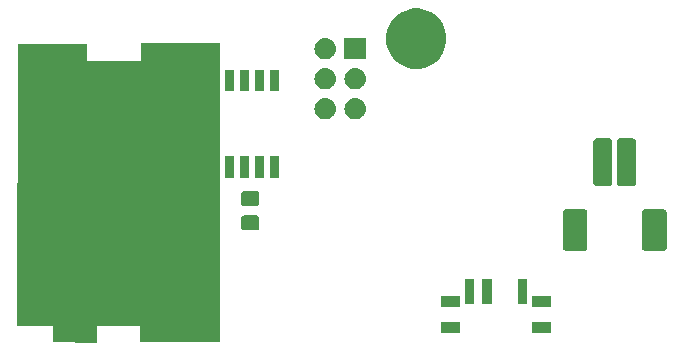
<source format=gbr>
G04 #@! TF.GenerationSoftware,KiCad,Pcbnew,(5.1.2)-1*
G04 #@! TF.CreationDate,2019-10-01T23:28:24-05:00*
G04 #@! TF.ProjectId,nyan,6e79616e-2e6b-4696-9361-645f70636258,rev?*
G04 #@! TF.SameCoordinates,Original*
G04 #@! TF.FileFunction,Soldermask,Bot*
G04 #@! TF.FilePolarity,Negative*
%FSLAX46Y46*%
G04 Gerber Fmt 4.6, Leading zero omitted, Abs format (unit mm)*
G04 Created by KiCad (PCBNEW (5.1.2)-1) date 2019-10-01 23:28:24*
%MOMM*%
%LPD*%
G04 APERTURE LIST*
%ADD10C,0.100000*%
G04 APERTURE END LIST*
D10*
G36*
X134747000Y-83820000D02*
G01*
X128079500Y-83820000D01*
X128079500Y-82423000D01*
X124333000Y-82423000D01*
X124333000Y-83883500D01*
X120713500Y-83820000D01*
X120713500Y-82423000D01*
X117665500Y-82423000D01*
X117729000Y-58610500D01*
X123507500Y-58610500D01*
X123507500Y-60071000D01*
X128143000Y-60071000D01*
X128143000Y-58547000D01*
X134747000Y-58547000D01*
X134747000Y-83820000D01*
G37*
X134747000Y-83820000D02*
X128079500Y-83820000D01*
X128079500Y-82423000D01*
X124333000Y-82423000D01*
X124333000Y-83883500D01*
X120713500Y-83820000D01*
X120713500Y-82423000D01*
X117665500Y-82423000D01*
X117729000Y-58610500D01*
X123507500Y-58610500D01*
X123507500Y-60071000D01*
X128143000Y-60071000D01*
X128143000Y-58547000D01*
X134747000Y-58547000D01*
X134747000Y-83820000D01*
G36*
X162867600Y-83110200D02*
G01*
X161265600Y-83110200D01*
X161265600Y-82208200D01*
X162867600Y-82208200D01*
X162867600Y-83110200D01*
X162867600Y-83110200D01*
G37*
G36*
X155167600Y-83110200D02*
G01*
X153565600Y-83110200D01*
X153565600Y-82208200D01*
X155167600Y-82208200D01*
X155167600Y-83110200D01*
X155167600Y-83110200D01*
G37*
G36*
X130105300Y-81899300D02*
G01*
X128003300Y-81899300D01*
X128003300Y-80817300D01*
X130105300Y-80817300D01*
X130105300Y-81899300D01*
X130105300Y-81899300D01*
G37*
G36*
X133845300Y-81899300D02*
G01*
X131743300Y-81899300D01*
X131743300Y-80817300D01*
X133845300Y-80817300D01*
X133845300Y-81899300D01*
X133845300Y-81899300D01*
G37*
G36*
X121193000Y-81404000D02*
G01*
X119091000Y-81404000D01*
X119091000Y-80322000D01*
X121193000Y-80322000D01*
X121193000Y-81404000D01*
X121193000Y-81404000D01*
G37*
G36*
X124933000Y-81404000D02*
G01*
X122831000Y-81404000D01*
X122831000Y-80322000D01*
X124933000Y-80322000D01*
X124933000Y-81404000D01*
X124933000Y-81404000D01*
G37*
G36*
X162867600Y-80900200D02*
G01*
X161265600Y-80900200D01*
X161265600Y-79998200D01*
X162867600Y-79998200D01*
X162867600Y-80900200D01*
X162867600Y-80900200D01*
G37*
G36*
X155167600Y-80900200D02*
G01*
X153565600Y-80900200D01*
X153565600Y-79998200D01*
X155167600Y-79998200D01*
X155167600Y-80900200D01*
X155167600Y-80900200D01*
G37*
G36*
X156367600Y-80650200D02*
G01*
X155565600Y-80650200D01*
X155565600Y-78548200D01*
X156367600Y-78548200D01*
X156367600Y-80650200D01*
X156367600Y-80650200D01*
G37*
G36*
X157867600Y-80650200D02*
G01*
X157065600Y-80650200D01*
X157065600Y-78548200D01*
X157867600Y-78548200D01*
X157867600Y-80650200D01*
X157867600Y-80650200D01*
G37*
G36*
X160867600Y-80650200D02*
G01*
X160065600Y-80650200D01*
X160065600Y-78548200D01*
X160867600Y-78548200D01*
X160867600Y-80650200D01*
X160867600Y-80650200D01*
G37*
G36*
X130105300Y-79939300D02*
G01*
X128003300Y-79939300D01*
X128003300Y-78857300D01*
X130105300Y-78857300D01*
X130105300Y-79939300D01*
X130105300Y-79939300D01*
G37*
G36*
X133845300Y-79939300D02*
G01*
X131743300Y-79939300D01*
X131743300Y-78857300D01*
X133845300Y-78857300D01*
X133845300Y-79939300D01*
X133845300Y-79939300D01*
G37*
G36*
X121193000Y-79444000D02*
G01*
X119091000Y-79444000D01*
X119091000Y-78362000D01*
X121193000Y-78362000D01*
X121193000Y-79444000D01*
X121193000Y-79444000D01*
G37*
G36*
X124933000Y-79444000D02*
G01*
X122831000Y-79444000D01*
X122831000Y-78362000D01*
X124933000Y-78362000D01*
X124933000Y-79444000D01*
X124933000Y-79444000D01*
G37*
G36*
X129758674Y-75707465D02*
G01*
X129796367Y-75718899D01*
X129831103Y-75737466D01*
X129861548Y-75762452D01*
X129886534Y-75792897D01*
X129905101Y-75827633D01*
X129916535Y-75865326D01*
X129921000Y-75910661D01*
X129921000Y-76997339D01*
X129916535Y-77042674D01*
X129905101Y-77080367D01*
X129886534Y-77115103D01*
X129861548Y-77145548D01*
X129831103Y-77170534D01*
X129796367Y-77189101D01*
X129758674Y-77200535D01*
X129713339Y-77205000D01*
X128876661Y-77205000D01*
X128831326Y-77200535D01*
X128793633Y-77189101D01*
X128758897Y-77170534D01*
X128728452Y-77145548D01*
X128703466Y-77115103D01*
X128684899Y-77080367D01*
X128673465Y-77042674D01*
X128669000Y-76997339D01*
X128669000Y-75910661D01*
X128673465Y-75865326D01*
X128684899Y-75827633D01*
X128703466Y-75792897D01*
X128728452Y-75762452D01*
X128758897Y-75737466D01*
X128793633Y-75718899D01*
X128831326Y-75707465D01*
X128876661Y-75703000D01*
X129713339Y-75703000D01*
X129758674Y-75707465D01*
X129758674Y-75707465D01*
G37*
G36*
X127708674Y-75707465D02*
G01*
X127746367Y-75718899D01*
X127781103Y-75737466D01*
X127811548Y-75762452D01*
X127836534Y-75792897D01*
X127855101Y-75827633D01*
X127866535Y-75865326D01*
X127871000Y-75910661D01*
X127871000Y-76997339D01*
X127866535Y-77042674D01*
X127855101Y-77080367D01*
X127836534Y-77115103D01*
X127811548Y-77145548D01*
X127781103Y-77170534D01*
X127746367Y-77189101D01*
X127708674Y-77200535D01*
X127663339Y-77205000D01*
X126826661Y-77205000D01*
X126781326Y-77200535D01*
X126743633Y-77189101D01*
X126708897Y-77170534D01*
X126678452Y-77145548D01*
X126653466Y-77115103D01*
X126634899Y-77080367D01*
X126623465Y-77042674D01*
X126619000Y-76997339D01*
X126619000Y-75910661D01*
X126623465Y-75865326D01*
X126634899Y-75827633D01*
X126653466Y-75792897D01*
X126678452Y-75762452D01*
X126708897Y-75737466D01*
X126743633Y-75718899D01*
X126781326Y-75707465D01*
X126826661Y-75703000D01*
X127663339Y-75703000D01*
X127708674Y-75707465D01*
X127708674Y-75707465D01*
G37*
G36*
X121193000Y-76324000D02*
G01*
X119091000Y-76324000D01*
X119091000Y-75242000D01*
X121193000Y-75242000D01*
X121193000Y-76324000D01*
X121193000Y-76324000D01*
G37*
G36*
X124933000Y-76324000D02*
G01*
X122831000Y-76324000D01*
X122831000Y-75242000D01*
X124933000Y-75242000D01*
X124933000Y-76324000D01*
X124933000Y-76324000D01*
G37*
G36*
X172460341Y-72655738D02*
G01*
X172510461Y-72670942D01*
X172556652Y-72695632D01*
X172597141Y-72728859D01*
X172630368Y-72769348D01*
X172655058Y-72815539D01*
X172670262Y-72865659D01*
X172676000Y-72923924D01*
X172676000Y-75878076D01*
X172670262Y-75936341D01*
X172655058Y-75986461D01*
X172630368Y-76032652D01*
X172597141Y-76073141D01*
X172556652Y-76106368D01*
X172510461Y-76131058D01*
X172460341Y-76146262D01*
X172402076Y-76152000D01*
X170847924Y-76152000D01*
X170789659Y-76146262D01*
X170739539Y-76131058D01*
X170693348Y-76106368D01*
X170652859Y-76073141D01*
X170619632Y-76032652D01*
X170594942Y-75986461D01*
X170579738Y-75936341D01*
X170574000Y-75878076D01*
X170574000Y-72923924D01*
X170579738Y-72865659D01*
X170594942Y-72815539D01*
X170619632Y-72769348D01*
X170652859Y-72728859D01*
X170693348Y-72695632D01*
X170739539Y-72670942D01*
X170789659Y-72655738D01*
X170847924Y-72650000D01*
X172402076Y-72650000D01*
X172460341Y-72655738D01*
X172460341Y-72655738D01*
G37*
G36*
X165760341Y-72655738D02*
G01*
X165810461Y-72670942D01*
X165856652Y-72695632D01*
X165897141Y-72728859D01*
X165930368Y-72769348D01*
X165955058Y-72815539D01*
X165970262Y-72865659D01*
X165976000Y-72923924D01*
X165976000Y-75878076D01*
X165970262Y-75936341D01*
X165955058Y-75986461D01*
X165930368Y-76032652D01*
X165897141Y-76073141D01*
X165856652Y-76106368D01*
X165810461Y-76131058D01*
X165760341Y-76146262D01*
X165702076Y-76152000D01*
X164147924Y-76152000D01*
X164089659Y-76146262D01*
X164039539Y-76131058D01*
X163993348Y-76106368D01*
X163952859Y-76073141D01*
X163919632Y-76032652D01*
X163894942Y-75986461D01*
X163879738Y-75936341D01*
X163874000Y-75878076D01*
X163874000Y-72923924D01*
X163879738Y-72865659D01*
X163894942Y-72815539D01*
X163919632Y-72769348D01*
X163952859Y-72728859D01*
X163993348Y-72695632D01*
X164039539Y-72670942D01*
X164089659Y-72655738D01*
X164147924Y-72650000D01*
X165702076Y-72650000D01*
X165760341Y-72655738D01*
X165760341Y-72655738D01*
G37*
G36*
X138002674Y-73174465D02*
G01*
X138040367Y-73185899D01*
X138075103Y-73204466D01*
X138105548Y-73229452D01*
X138130534Y-73259897D01*
X138149101Y-73294633D01*
X138160535Y-73332326D01*
X138165000Y-73377661D01*
X138165000Y-74214339D01*
X138160535Y-74259674D01*
X138149101Y-74297367D01*
X138130534Y-74332103D01*
X138105548Y-74362548D01*
X138075103Y-74387534D01*
X138040367Y-74406101D01*
X138002674Y-74417535D01*
X137957339Y-74422000D01*
X136870661Y-74422000D01*
X136825326Y-74417535D01*
X136787633Y-74406101D01*
X136752897Y-74387534D01*
X136722452Y-74362548D01*
X136697466Y-74332103D01*
X136678899Y-74297367D01*
X136667465Y-74259674D01*
X136663000Y-74214339D01*
X136663000Y-73377661D01*
X136667465Y-73332326D01*
X136678899Y-73294633D01*
X136697466Y-73259897D01*
X136722452Y-73229452D01*
X136752897Y-73204466D01*
X136787633Y-73185899D01*
X136825326Y-73174465D01*
X136870661Y-73170000D01*
X137957339Y-73170000D01*
X138002674Y-73174465D01*
X138002674Y-73174465D01*
G37*
G36*
X124933000Y-74364000D02*
G01*
X122831000Y-74364000D01*
X122831000Y-73282000D01*
X124933000Y-73282000D01*
X124933000Y-74364000D01*
X124933000Y-74364000D01*
G37*
G36*
X121193000Y-74364000D02*
G01*
X119091000Y-74364000D01*
X119091000Y-73282000D01*
X121193000Y-73282000D01*
X121193000Y-74364000D01*
X121193000Y-74364000D01*
G37*
G36*
X138002674Y-71124465D02*
G01*
X138040367Y-71135899D01*
X138075103Y-71154466D01*
X138105548Y-71179452D01*
X138130534Y-71209897D01*
X138149101Y-71244633D01*
X138160535Y-71282326D01*
X138165000Y-71327661D01*
X138165000Y-72164339D01*
X138160535Y-72209674D01*
X138149101Y-72247367D01*
X138130534Y-72282103D01*
X138105548Y-72312548D01*
X138075103Y-72337534D01*
X138040367Y-72356101D01*
X138002674Y-72367535D01*
X137957339Y-72372000D01*
X136870661Y-72372000D01*
X136825326Y-72367535D01*
X136787633Y-72356101D01*
X136752897Y-72337534D01*
X136722452Y-72312548D01*
X136697466Y-72282103D01*
X136678899Y-72247367D01*
X136667465Y-72209674D01*
X136663000Y-72164339D01*
X136663000Y-71327661D01*
X136667465Y-71282326D01*
X136678899Y-71244633D01*
X136697466Y-71209897D01*
X136722452Y-71179452D01*
X136752897Y-71154466D01*
X136787633Y-71135899D01*
X136825326Y-71124465D01*
X136870661Y-71120000D01*
X137957339Y-71120000D01*
X138002674Y-71124465D01*
X138002674Y-71124465D01*
G37*
G36*
X124933000Y-71117000D02*
G01*
X122831000Y-71117000D01*
X122831000Y-70035000D01*
X124933000Y-70035000D01*
X124933000Y-71117000D01*
X124933000Y-71117000D01*
G37*
G36*
X121193000Y-71117000D02*
G01*
X119091000Y-71117000D01*
X119091000Y-70035000D01*
X121193000Y-70035000D01*
X121193000Y-71117000D01*
X121193000Y-71117000D01*
G37*
G36*
X129321000Y-71117000D02*
G01*
X127219000Y-71117000D01*
X127219000Y-70035000D01*
X129321000Y-70035000D01*
X129321000Y-71117000D01*
X129321000Y-71117000D01*
G37*
G36*
X133061000Y-71117000D02*
G01*
X130959000Y-71117000D01*
X130959000Y-70035000D01*
X133061000Y-70035000D01*
X133061000Y-71117000D01*
X133061000Y-71117000D01*
G37*
G36*
X169803823Y-66607087D02*
G01*
X169867111Y-66626286D01*
X169925449Y-66657468D01*
X169976575Y-66699425D01*
X170018532Y-66750551D01*
X170049714Y-66808889D01*
X170068913Y-66872177D01*
X170076000Y-66944138D01*
X170076000Y-70357862D01*
X170068913Y-70429823D01*
X170049714Y-70493111D01*
X170018532Y-70551449D01*
X169976575Y-70602575D01*
X169925449Y-70644532D01*
X169867111Y-70675714D01*
X169803823Y-70694913D01*
X169731862Y-70702000D01*
X168818138Y-70702000D01*
X168746177Y-70694913D01*
X168682889Y-70675714D01*
X168624551Y-70644532D01*
X168573425Y-70602575D01*
X168531468Y-70551449D01*
X168500286Y-70493111D01*
X168481087Y-70429823D01*
X168474000Y-70357862D01*
X168474000Y-66944138D01*
X168481087Y-66872177D01*
X168500286Y-66808889D01*
X168531468Y-66750551D01*
X168573425Y-66699425D01*
X168624551Y-66657468D01*
X168682889Y-66626286D01*
X168746177Y-66607087D01*
X168818138Y-66600000D01*
X169731862Y-66600000D01*
X169803823Y-66607087D01*
X169803823Y-66607087D01*
G37*
G36*
X167803823Y-66607087D02*
G01*
X167867111Y-66626286D01*
X167925449Y-66657468D01*
X167976575Y-66699425D01*
X168018532Y-66750551D01*
X168049714Y-66808889D01*
X168068913Y-66872177D01*
X168076000Y-66944138D01*
X168076000Y-70357862D01*
X168068913Y-70429823D01*
X168049714Y-70493111D01*
X168018532Y-70551449D01*
X167976575Y-70602575D01*
X167925449Y-70644532D01*
X167867111Y-70675714D01*
X167803823Y-70694913D01*
X167731862Y-70702000D01*
X166818138Y-70702000D01*
X166746177Y-70694913D01*
X166682889Y-70675714D01*
X166624551Y-70644532D01*
X166573425Y-70602575D01*
X166531468Y-70551449D01*
X166500286Y-70493111D01*
X166481087Y-70429823D01*
X166474000Y-70357862D01*
X166474000Y-66944138D01*
X166481087Y-66872177D01*
X166500286Y-66808889D01*
X166531468Y-66750551D01*
X166573425Y-66699425D01*
X166624551Y-66657468D01*
X166682889Y-66626286D01*
X166746177Y-66607087D01*
X166818138Y-66600000D01*
X167731862Y-66600000D01*
X167803823Y-66607087D01*
X167803823Y-66607087D01*
G37*
G36*
X138615500Y-69956000D02*
G01*
X137863500Y-69956000D01*
X137863500Y-68154000D01*
X138615500Y-68154000D01*
X138615500Y-69956000D01*
X138615500Y-69956000D01*
G37*
G36*
X136075500Y-69956000D02*
G01*
X135323500Y-69956000D01*
X135323500Y-68154000D01*
X136075500Y-68154000D01*
X136075500Y-69956000D01*
X136075500Y-69956000D01*
G37*
G36*
X139885500Y-69956000D02*
G01*
X139133500Y-69956000D01*
X139133500Y-68154000D01*
X139885500Y-68154000D01*
X139885500Y-69956000D01*
X139885500Y-69956000D01*
G37*
G36*
X137345500Y-69956000D02*
G01*
X136593500Y-69956000D01*
X136593500Y-68154000D01*
X137345500Y-68154000D01*
X137345500Y-69956000D01*
X137345500Y-69956000D01*
G37*
G36*
X121193000Y-69157000D02*
G01*
X119091000Y-69157000D01*
X119091000Y-68075000D01*
X121193000Y-68075000D01*
X121193000Y-69157000D01*
X121193000Y-69157000D01*
G37*
G36*
X133061000Y-69157000D02*
G01*
X130959000Y-69157000D01*
X130959000Y-68075000D01*
X133061000Y-68075000D01*
X133061000Y-69157000D01*
X133061000Y-69157000D01*
G37*
G36*
X129321000Y-69157000D02*
G01*
X127219000Y-69157000D01*
X127219000Y-68075000D01*
X129321000Y-68075000D01*
X129321000Y-69157000D01*
X129321000Y-69157000D01*
G37*
G36*
X124933000Y-69157000D02*
G01*
X122831000Y-69157000D01*
X122831000Y-68075000D01*
X124933000Y-68075000D01*
X124933000Y-69157000D01*
X124933000Y-69157000D01*
G37*
G36*
X131074174Y-65344265D02*
G01*
X131111867Y-65355699D01*
X131146603Y-65374266D01*
X131177048Y-65399252D01*
X131202034Y-65429697D01*
X131220601Y-65464433D01*
X131232035Y-65502126D01*
X131236500Y-65547461D01*
X131236500Y-66634139D01*
X131232035Y-66679474D01*
X131220601Y-66717167D01*
X131202034Y-66751903D01*
X131177048Y-66782348D01*
X131146603Y-66807334D01*
X131111867Y-66825901D01*
X131074174Y-66837335D01*
X131028839Y-66841800D01*
X130192161Y-66841800D01*
X130146826Y-66837335D01*
X130109133Y-66825901D01*
X130074397Y-66807334D01*
X130043952Y-66782348D01*
X130018966Y-66751903D01*
X130000399Y-66717167D01*
X129988965Y-66679474D01*
X129984500Y-66634139D01*
X129984500Y-65547461D01*
X129988965Y-65502126D01*
X130000399Y-65464433D01*
X130018966Y-65429697D01*
X130043952Y-65399252D01*
X130074397Y-65374266D01*
X130109133Y-65355699D01*
X130146826Y-65344265D01*
X130192161Y-65339800D01*
X131028839Y-65339800D01*
X131074174Y-65344265D01*
X131074174Y-65344265D01*
G37*
G36*
X133124174Y-65344265D02*
G01*
X133161867Y-65355699D01*
X133196603Y-65374266D01*
X133227048Y-65399252D01*
X133252034Y-65429697D01*
X133270601Y-65464433D01*
X133282035Y-65502126D01*
X133286500Y-65547461D01*
X133286500Y-66634139D01*
X133282035Y-66679474D01*
X133270601Y-66717167D01*
X133252034Y-66751903D01*
X133227048Y-66782348D01*
X133196603Y-66807334D01*
X133161867Y-66825901D01*
X133124174Y-66837335D01*
X133078839Y-66841800D01*
X132242161Y-66841800D01*
X132196826Y-66837335D01*
X132159133Y-66825901D01*
X132124397Y-66807334D01*
X132093952Y-66782348D01*
X132068966Y-66751903D01*
X132050399Y-66717167D01*
X132038965Y-66679474D01*
X132034500Y-66634139D01*
X132034500Y-65547461D01*
X132038965Y-65502126D01*
X132050399Y-65464433D01*
X132068966Y-65429697D01*
X132093952Y-65399252D01*
X132124397Y-65374266D01*
X132159133Y-65355699D01*
X132196826Y-65344265D01*
X132242161Y-65339800D01*
X133078839Y-65339800D01*
X133124174Y-65344265D01*
X133124174Y-65344265D01*
G37*
G36*
X125152274Y-65344265D02*
G01*
X125189967Y-65355699D01*
X125224703Y-65374266D01*
X125255148Y-65399252D01*
X125280134Y-65429697D01*
X125298701Y-65464433D01*
X125310135Y-65502126D01*
X125314600Y-65547461D01*
X125314600Y-66634139D01*
X125310135Y-66679474D01*
X125298701Y-66717167D01*
X125280134Y-66751903D01*
X125255148Y-66782348D01*
X125224703Y-66807334D01*
X125189967Y-66825901D01*
X125152274Y-66837335D01*
X125106939Y-66841800D01*
X124270261Y-66841800D01*
X124224926Y-66837335D01*
X124187233Y-66825901D01*
X124152497Y-66807334D01*
X124122052Y-66782348D01*
X124097066Y-66751903D01*
X124078499Y-66717167D01*
X124067065Y-66679474D01*
X124062600Y-66634139D01*
X124062600Y-65547461D01*
X124067065Y-65502126D01*
X124078499Y-65464433D01*
X124097066Y-65429697D01*
X124122052Y-65399252D01*
X124152497Y-65374266D01*
X124187233Y-65355699D01*
X124224926Y-65344265D01*
X124270261Y-65339800D01*
X125106939Y-65339800D01*
X125152274Y-65344265D01*
X125152274Y-65344265D01*
G37*
G36*
X127202274Y-65344265D02*
G01*
X127239967Y-65355699D01*
X127274703Y-65374266D01*
X127305148Y-65399252D01*
X127330134Y-65429697D01*
X127348701Y-65464433D01*
X127360135Y-65502126D01*
X127364600Y-65547461D01*
X127364600Y-66634139D01*
X127360135Y-66679474D01*
X127348701Y-66717167D01*
X127330134Y-66751903D01*
X127305148Y-66782348D01*
X127274703Y-66807334D01*
X127239967Y-66825901D01*
X127202274Y-66837335D01*
X127156939Y-66841800D01*
X126320261Y-66841800D01*
X126274926Y-66837335D01*
X126237233Y-66825901D01*
X126202497Y-66807334D01*
X126172052Y-66782348D01*
X126147066Y-66751903D01*
X126128499Y-66717167D01*
X126117065Y-66679474D01*
X126112600Y-66634139D01*
X126112600Y-65547461D01*
X126117065Y-65502126D01*
X126128499Y-65464433D01*
X126147066Y-65429697D01*
X126172052Y-65399252D01*
X126202497Y-65374266D01*
X126237233Y-65355699D01*
X126274926Y-65344265D01*
X126320261Y-65339800D01*
X127156939Y-65339800D01*
X127202274Y-65344265D01*
X127202274Y-65344265D01*
G37*
G36*
X146414443Y-63240519D02*
G01*
X146480627Y-63247037D01*
X146650466Y-63298557D01*
X146806991Y-63382222D01*
X146842729Y-63411552D01*
X146944186Y-63494814D01*
X147027448Y-63596271D01*
X147056778Y-63632009D01*
X147140443Y-63788534D01*
X147191963Y-63958373D01*
X147209359Y-64135000D01*
X147191963Y-64311627D01*
X147140443Y-64481466D01*
X147056778Y-64637991D01*
X147027448Y-64673729D01*
X146944186Y-64775186D01*
X146842729Y-64858448D01*
X146806991Y-64887778D01*
X146650466Y-64971443D01*
X146480627Y-65022963D01*
X146414442Y-65029482D01*
X146348260Y-65036000D01*
X146259740Y-65036000D01*
X146193558Y-65029482D01*
X146127373Y-65022963D01*
X145957534Y-64971443D01*
X145801009Y-64887778D01*
X145765271Y-64858448D01*
X145663814Y-64775186D01*
X145580552Y-64673729D01*
X145551222Y-64637991D01*
X145467557Y-64481466D01*
X145416037Y-64311627D01*
X145398641Y-64135000D01*
X145416037Y-63958373D01*
X145467557Y-63788534D01*
X145551222Y-63632009D01*
X145580552Y-63596271D01*
X145663814Y-63494814D01*
X145765271Y-63411552D01*
X145801009Y-63382222D01*
X145957534Y-63298557D01*
X146127373Y-63247037D01*
X146193557Y-63240519D01*
X146259740Y-63234000D01*
X146348260Y-63234000D01*
X146414443Y-63240519D01*
X146414443Y-63240519D01*
G37*
G36*
X143874443Y-63240519D02*
G01*
X143940627Y-63247037D01*
X144110466Y-63298557D01*
X144266991Y-63382222D01*
X144302729Y-63411552D01*
X144404186Y-63494814D01*
X144487448Y-63596271D01*
X144516778Y-63632009D01*
X144600443Y-63788534D01*
X144651963Y-63958373D01*
X144669359Y-64135000D01*
X144651963Y-64311627D01*
X144600443Y-64481466D01*
X144516778Y-64637991D01*
X144487448Y-64673729D01*
X144404186Y-64775186D01*
X144302729Y-64858448D01*
X144266991Y-64887778D01*
X144110466Y-64971443D01*
X143940627Y-65022963D01*
X143874442Y-65029482D01*
X143808260Y-65036000D01*
X143719740Y-65036000D01*
X143653558Y-65029482D01*
X143587373Y-65022963D01*
X143417534Y-64971443D01*
X143261009Y-64887778D01*
X143225271Y-64858448D01*
X143123814Y-64775186D01*
X143040552Y-64673729D01*
X143011222Y-64637991D01*
X142927557Y-64481466D01*
X142876037Y-64311627D01*
X142858641Y-64135000D01*
X142876037Y-63958373D01*
X142927557Y-63788534D01*
X143011222Y-63632009D01*
X143040552Y-63596271D01*
X143123814Y-63494814D01*
X143225271Y-63411552D01*
X143261009Y-63382222D01*
X143417534Y-63298557D01*
X143587373Y-63247037D01*
X143653557Y-63240519D01*
X143719740Y-63234000D01*
X143808260Y-63234000D01*
X143874443Y-63240519D01*
X143874443Y-63240519D01*
G37*
G36*
X121193000Y-64549000D02*
G01*
X119091000Y-64549000D01*
X119091000Y-63467000D01*
X121193000Y-63467000D01*
X121193000Y-64549000D01*
X121193000Y-64549000D01*
G37*
G36*
X124933000Y-64549000D02*
G01*
X122831000Y-64549000D01*
X122831000Y-63467000D01*
X124933000Y-63467000D01*
X124933000Y-64549000D01*
X124933000Y-64549000D01*
G37*
G36*
X133061000Y-64549000D02*
G01*
X130959000Y-64549000D01*
X130959000Y-63467000D01*
X133061000Y-63467000D01*
X133061000Y-64549000D01*
X133061000Y-64549000D01*
G37*
G36*
X129321000Y-64549000D02*
G01*
X127219000Y-64549000D01*
X127219000Y-63467000D01*
X129321000Y-63467000D01*
X129321000Y-64549000D01*
X129321000Y-64549000D01*
G37*
G36*
X136075500Y-62656000D02*
G01*
X135323500Y-62656000D01*
X135323500Y-60854000D01*
X136075500Y-60854000D01*
X136075500Y-62656000D01*
X136075500Y-62656000D01*
G37*
G36*
X139885500Y-62656000D02*
G01*
X139133500Y-62656000D01*
X139133500Y-60854000D01*
X139885500Y-60854000D01*
X139885500Y-62656000D01*
X139885500Y-62656000D01*
G37*
G36*
X138615500Y-62656000D02*
G01*
X137863500Y-62656000D01*
X137863500Y-60854000D01*
X138615500Y-60854000D01*
X138615500Y-62656000D01*
X138615500Y-62656000D01*
G37*
G36*
X137345500Y-62656000D02*
G01*
X136593500Y-62656000D01*
X136593500Y-60854000D01*
X137345500Y-60854000D01*
X137345500Y-62656000D01*
X137345500Y-62656000D01*
G37*
G36*
X124933000Y-62589000D02*
G01*
X122831000Y-62589000D01*
X122831000Y-61507000D01*
X124933000Y-61507000D01*
X124933000Y-62589000D01*
X124933000Y-62589000D01*
G37*
G36*
X121193000Y-62589000D02*
G01*
X119091000Y-62589000D01*
X119091000Y-61507000D01*
X121193000Y-61507000D01*
X121193000Y-62589000D01*
X121193000Y-62589000D01*
G37*
G36*
X129321000Y-62589000D02*
G01*
X127219000Y-62589000D01*
X127219000Y-61507000D01*
X129321000Y-61507000D01*
X129321000Y-62589000D01*
X129321000Y-62589000D01*
G37*
G36*
X133061000Y-62589000D02*
G01*
X130959000Y-62589000D01*
X130959000Y-61507000D01*
X133061000Y-61507000D01*
X133061000Y-62589000D01*
X133061000Y-62589000D01*
G37*
G36*
X143874443Y-60700519D02*
G01*
X143940627Y-60707037D01*
X144110466Y-60758557D01*
X144266991Y-60842222D01*
X144281342Y-60854000D01*
X144404186Y-60954814D01*
X144487448Y-61056271D01*
X144516778Y-61092009D01*
X144600443Y-61248534D01*
X144651963Y-61418373D01*
X144669359Y-61595000D01*
X144651963Y-61771627D01*
X144600443Y-61941466D01*
X144516778Y-62097991D01*
X144487448Y-62133729D01*
X144404186Y-62235186D01*
X144302729Y-62318448D01*
X144266991Y-62347778D01*
X144110466Y-62431443D01*
X143940627Y-62482963D01*
X143874443Y-62489481D01*
X143808260Y-62496000D01*
X143719740Y-62496000D01*
X143653557Y-62489481D01*
X143587373Y-62482963D01*
X143417534Y-62431443D01*
X143261009Y-62347778D01*
X143225271Y-62318448D01*
X143123814Y-62235186D01*
X143040552Y-62133729D01*
X143011222Y-62097991D01*
X142927557Y-61941466D01*
X142876037Y-61771627D01*
X142858641Y-61595000D01*
X142876037Y-61418373D01*
X142927557Y-61248534D01*
X143011222Y-61092009D01*
X143040552Y-61056271D01*
X143123814Y-60954814D01*
X143246658Y-60854000D01*
X143261009Y-60842222D01*
X143417534Y-60758557D01*
X143587373Y-60707037D01*
X143653557Y-60700519D01*
X143719740Y-60694000D01*
X143808260Y-60694000D01*
X143874443Y-60700519D01*
X143874443Y-60700519D01*
G37*
G36*
X146414443Y-60700519D02*
G01*
X146480627Y-60707037D01*
X146650466Y-60758557D01*
X146806991Y-60842222D01*
X146821342Y-60854000D01*
X146944186Y-60954814D01*
X147027448Y-61056271D01*
X147056778Y-61092009D01*
X147140443Y-61248534D01*
X147191963Y-61418373D01*
X147209359Y-61595000D01*
X147191963Y-61771627D01*
X147140443Y-61941466D01*
X147056778Y-62097991D01*
X147027448Y-62133729D01*
X146944186Y-62235186D01*
X146842729Y-62318448D01*
X146806991Y-62347778D01*
X146650466Y-62431443D01*
X146480627Y-62482963D01*
X146414443Y-62489481D01*
X146348260Y-62496000D01*
X146259740Y-62496000D01*
X146193557Y-62489481D01*
X146127373Y-62482963D01*
X145957534Y-62431443D01*
X145801009Y-62347778D01*
X145765271Y-62318448D01*
X145663814Y-62235186D01*
X145580552Y-62133729D01*
X145551222Y-62097991D01*
X145467557Y-61941466D01*
X145416037Y-61771627D01*
X145398641Y-61595000D01*
X145416037Y-61418373D01*
X145467557Y-61248534D01*
X145551222Y-61092009D01*
X145580552Y-61056271D01*
X145663814Y-60954814D01*
X145786658Y-60854000D01*
X145801009Y-60842222D01*
X145957534Y-60758557D01*
X146127373Y-60707037D01*
X146193557Y-60700519D01*
X146259740Y-60694000D01*
X146348260Y-60694000D01*
X146414443Y-60700519D01*
X146414443Y-60700519D01*
G37*
G36*
X152229698Y-55738433D02*
G01*
X152693950Y-55930732D01*
X152693952Y-55930733D01*
X153111768Y-56209909D01*
X153467091Y-56565232D01*
X153746267Y-56983048D01*
X153746268Y-56983050D01*
X153938567Y-57447302D01*
X154036600Y-57940147D01*
X154036600Y-58442653D01*
X153938567Y-58935498D01*
X153746268Y-59399750D01*
X153746267Y-59399752D01*
X153467091Y-59817568D01*
X153111768Y-60172891D01*
X152693952Y-60452067D01*
X152693951Y-60452068D01*
X152693950Y-60452068D01*
X152229698Y-60644367D01*
X151736853Y-60742400D01*
X151234347Y-60742400D01*
X150741502Y-60644367D01*
X150277250Y-60452068D01*
X150277249Y-60452068D01*
X150277248Y-60452067D01*
X149859432Y-60172891D01*
X149504109Y-59817568D01*
X149224933Y-59399752D01*
X149224932Y-59399750D01*
X149032633Y-58935498D01*
X148934600Y-58442653D01*
X148934600Y-57940147D01*
X149032633Y-57447302D01*
X149224932Y-56983050D01*
X149224933Y-56983048D01*
X149504109Y-56565232D01*
X149859432Y-56209909D01*
X150277248Y-55930733D01*
X150277250Y-55930732D01*
X150741502Y-55738433D01*
X151234347Y-55640400D01*
X151736853Y-55640400D01*
X152229698Y-55738433D01*
X152229698Y-55738433D01*
G37*
G36*
X143874442Y-58160518D02*
G01*
X143940627Y-58167037D01*
X144110466Y-58218557D01*
X144266991Y-58302222D01*
X144302729Y-58331552D01*
X144404186Y-58414814D01*
X144487448Y-58516271D01*
X144516778Y-58552009D01*
X144600443Y-58708534D01*
X144651963Y-58878373D01*
X144669359Y-59055000D01*
X144651963Y-59231627D01*
X144600443Y-59401466D01*
X144516778Y-59557991D01*
X144487448Y-59593729D01*
X144404186Y-59695186D01*
X144302729Y-59778448D01*
X144266991Y-59807778D01*
X144110466Y-59891443D01*
X143940627Y-59942963D01*
X143874442Y-59949482D01*
X143808260Y-59956000D01*
X143719740Y-59956000D01*
X143653558Y-59949482D01*
X143587373Y-59942963D01*
X143417534Y-59891443D01*
X143261009Y-59807778D01*
X143225271Y-59778448D01*
X143123814Y-59695186D01*
X143040552Y-59593729D01*
X143011222Y-59557991D01*
X142927557Y-59401466D01*
X142876037Y-59231627D01*
X142858641Y-59055000D01*
X142876037Y-58878373D01*
X142927557Y-58708534D01*
X143011222Y-58552009D01*
X143040552Y-58516271D01*
X143123814Y-58414814D01*
X143225271Y-58331552D01*
X143261009Y-58302222D01*
X143417534Y-58218557D01*
X143587373Y-58167037D01*
X143653558Y-58160518D01*
X143719740Y-58154000D01*
X143808260Y-58154000D01*
X143874442Y-58160518D01*
X143874442Y-58160518D01*
G37*
G36*
X147205000Y-59956000D02*
G01*
X145403000Y-59956000D01*
X145403000Y-58154000D01*
X147205000Y-58154000D01*
X147205000Y-59956000D01*
X147205000Y-59956000D01*
G37*
M02*

</source>
